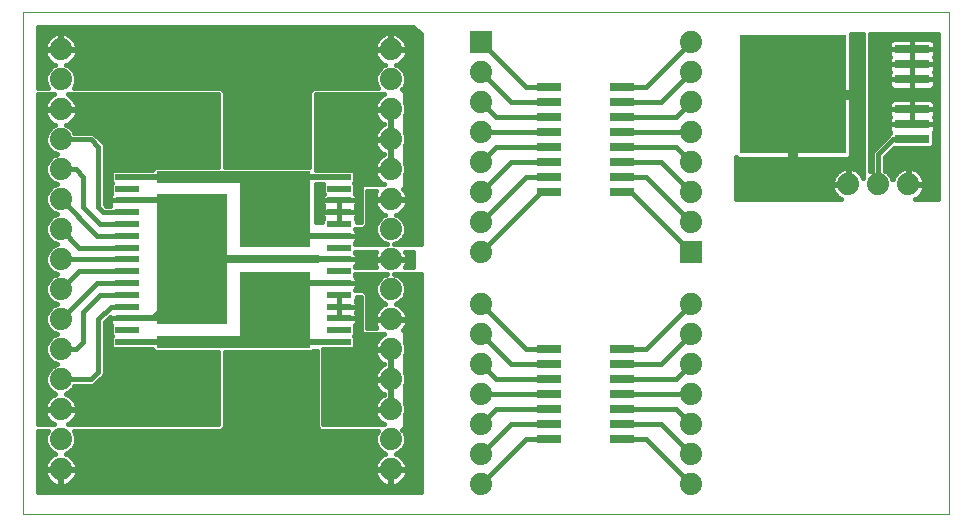
<source format=gtl>
G75*
%MOIN*%
%OFA0B0*%
%FSLAX25Y25*%
%IPPOS*%
%LPD*%
%AMOC8*
5,1,8,0,0,1.08239X$1,22.5*
%
%ADD10C,0.00000*%
%ADD11R,0.47244X0.02000*%
%ADD12R,0.07874X0.02000*%
%ADD13R,0.15748X0.02000*%
%ADD14R,0.23622X0.43307*%
%ADD15R,0.32677X0.02559*%
%ADD16R,0.23622X0.25591*%
%ADD17R,0.29528X0.03937*%
%ADD18R,0.08000X0.02600*%
%ADD19R,0.11811X0.03150*%
%ADD20R,0.35433X0.39370*%
%ADD21C,0.07400*%
%ADD22R,0.07400X0.07400*%
%ADD23C,0.01600*%
D10*
X0001000Y0001800D02*
X0001000Y0169261D01*
X0309701Y0169261D01*
X0309701Y0001800D01*
X0001000Y0001800D01*
D11*
X0055252Y0059241D03*
X0086748Y0059241D03*
X0086748Y0114359D03*
X0055252Y0114359D03*
D12*
X0035567Y0110422D03*
X0035567Y0102548D03*
X0035567Y0098611D03*
X0035567Y0094674D03*
X0035567Y0090737D03*
X0035567Y0086800D03*
X0035567Y0082863D03*
X0035567Y0078926D03*
X0035567Y0074989D03*
X0035567Y0071052D03*
X0035567Y0063178D03*
X0106433Y0063178D03*
X0106433Y0067115D03*
X0106433Y0071052D03*
X0106433Y0074989D03*
X0106433Y0082863D03*
X0106433Y0090737D03*
X0106433Y0098611D03*
X0106433Y0102548D03*
X0106433Y0106485D03*
X0106433Y0110422D03*
D13*
X0102496Y0094674D03*
X0102496Y0086800D03*
X0102496Y0078926D03*
X0039504Y0067115D03*
X0039504Y0106485D03*
D14*
X0057220Y0086800D03*
D15*
X0083382Y0086800D03*
D16*
X0084780Y0070068D03*
X0084780Y0103532D03*
D17*
X0060154Y0114359D03*
X0060154Y0059241D03*
D18*
X0176400Y0056800D03*
X0176400Y0051800D03*
X0176400Y0046800D03*
X0176400Y0041800D03*
X0176400Y0036800D03*
X0176400Y0031800D03*
X0176400Y0026800D03*
X0200600Y0026800D03*
X0200600Y0031800D03*
X0200600Y0036800D03*
X0200600Y0041800D03*
X0200600Y0046800D03*
X0200600Y0051800D03*
X0200600Y0056800D03*
X0200600Y0109300D03*
X0200600Y0114300D03*
X0200600Y0119300D03*
X0200600Y0124300D03*
X0200600Y0129300D03*
X0200600Y0134300D03*
X0200600Y0139300D03*
X0200600Y0144300D03*
X0176400Y0144300D03*
X0176400Y0139300D03*
X0176400Y0134300D03*
X0176400Y0129300D03*
X0176400Y0124300D03*
X0176400Y0119300D03*
X0176400Y0114300D03*
X0176400Y0109300D03*
D19*
X0297250Y0126800D03*
X0297250Y0131800D03*
X0297250Y0136800D03*
X0297250Y0146800D03*
X0297250Y0151800D03*
X0297250Y0156800D03*
D20*
X0257476Y0141800D03*
D21*
X0223500Y0139300D03*
X0223500Y0129300D03*
X0223500Y0119300D03*
X0223500Y0109300D03*
X0223500Y0099300D03*
X0223500Y0071800D03*
X0223500Y0061800D03*
X0223500Y0051800D03*
X0223500Y0041800D03*
X0223500Y0031800D03*
X0223500Y0021800D03*
X0223500Y0011800D03*
X0153500Y0011800D03*
X0153500Y0021800D03*
X0153500Y0031800D03*
X0153500Y0041800D03*
X0153500Y0051800D03*
X0153500Y0061800D03*
X0153500Y0071800D03*
X0123500Y0066800D03*
X0123500Y0076800D03*
X0123500Y0086800D03*
X0123500Y0096800D03*
X0123500Y0106800D03*
X0123500Y0116800D03*
X0123500Y0126800D03*
X0123500Y0136800D03*
X0123500Y0146800D03*
X0123500Y0156800D03*
X0153500Y0149300D03*
X0153500Y0139300D03*
X0153500Y0129300D03*
X0153500Y0119300D03*
X0153500Y0109300D03*
X0153500Y0099300D03*
X0153500Y0089300D03*
X0123500Y0056800D03*
X0123500Y0046800D03*
X0123500Y0036800D03*
X0123500Y0026800D03*
X0123500Y0016800D03*
X0013500Y0016800D03*
X0013500Y0026800D03*
X0013500Y0036800D03*
X0013500Y0046800D03*
X0013500Y0056800D03*
X0013500Y0066800D03*
X0013500Y0076800D03*
X0013500Y0086800D03*
X0013500Y0096800D03*
X0013500Y0106800D03*
X0013500Y0116800D03*
X0013500Y0126800D03*
X0013500Y0136800D03*
X0013500Y0146800D03*
X0013500Y0156800D03*
X0223500Y0159300D03*
X0223500Y0149300D03*
X0276000Y0111800D03*
X0286000Y0111800D03*
X0296000Y0111800D03*
D22*
X0223500Y0089300D03*
X0153500Y0159300D03*
D23*
X0168500Y0144300D01*
X0176400Y0144300D01*
X0176400Y0139300D02*
X0163500Y0139300D01*
X0153500Y0149300D01*
X0153500Y0139300D02*
X0158500Y0134300D01*
X0176400Y0134300D01*
X0176400Y0129300D02*
X0153500Y0129300D01*
X0158500Y0124300D02*
X0153500Y0119300D01*
X0158500Y0124300D02*
X0176400Y0124300D01*
X0176400Y0119300D02*
X0163500Y0119300D01*
X0153500Y0109300D01*
X0153500Y0099300D02*
X0168500Y0114300D01*
X0176400Y0114300D01*
X0176400Y0109300D02*
X0173500Y0109300D01*
X0153500Y0089300D01*
X0133500Y0091800D02*
X0124756Y0091800D01*
X0126389Y0092476D01*
X0127824Y0093911D01*
X0128600Y0095786D01*
X0128600Y0097814D01*
X0127824Y0099689D01*
X0126389Y0101124D01*
X0125263Y0101590D01*
X0125611Y0101703D01*
X0126383Y0102096D01*
X0127083Y0102605D01*
X0127695Y0103217D01*
X0128204Y0103917D01*
X0128597Y0104689D01*
X0128865Y0105512D01*
X0129000Y0106367D01*
X0129000Y0106600D01*
X0123700Y0106600D01*
X0123700Y0107000D01*
X0129000Y0107000D01*
X0129000Y0107233D01*
X0128865Y0108088D01*
X0128597Y0108911D01*
X0128204Y0109683D01*
X0127695Y0110383D01*
X0127695Y0110383D01*
X0128200Y0110889D01*
X0128200Y0114820D01*
X0128600Y0115786D01*
X0128600Y0117814D01*
X0128200Y0118780D01*
X0128200Y0124820D01*
X0128600Y0125786D01*
X0128600Y0127814D01*
X0128200Y0128780D01*
X0128200Y0134820D01*
X0128600Y0135786D01*
X0128600Y0137814D01*
X0128200Y0138780D01*
X0128200Y0142711D01*
X0127412Y0143499D01*
X0127824Y0143911D01*
X0128600Y0145786D01*
X0128600Y0147814D01*
X0127824Y0149689D01*
X0126389Y0151124D01*
X0125263Y0151590D01*
X0125611Y0151703D01*
X0126383Y0152096D01*
X0127083Y0152605D01*
X0127695Y0153217D01*
X0128204Y0153917D01*
X0128597Y0154689D01*
X0128865Y0155512D01*
X0129000Y0156367D01*
X0129000Y0156600D01*
X0123700Y0156600D01*
X0123700Y0157000D01*
X0123300Y0157000D01*
X0123300Y0162300D01*
X0123067Y0162300D01*
X0122212Y0162165D01*
X0121389Y0161897D01*
X0120617Y0161504D01*
X0119917Y0160995D01*
X0119305Y0160383D01*
X0118796Y0159683D01*
X0118403Y0158911D01*
X0118135Y0158088D01*
X0118000Y0157233D01*
X0118000Y0157000D01*
X0123300Y0157000D01*
X0123300Y0156600D01*
X0118000Y0156600D01*
X0118000Y0156367D01*
X0118135Y0155512D01*
X0118403Y0154689D01*
X0118796Y0153917D01*
X0119305Y0153217D01*
X0119917Y0152605D01*
X0120617Y0152096D01*
X0121389Y0151703D01*
X0121737Y0151590D01*
X0120611Y0151124D01*
X0119176Y0149689D01*
X0118400Y0147814D01*
X0118400Y0145786D01*
X0119140Y0144000D01*
X0097589Y0144000D01*
X0096300Y0142711D01*
X0096300Y0117728D01*
X0068200Y0117728D01*
X0068200Y0142711D01*
X0066911Y0144000D01*
X0017860Y0144000D01*
X0018600Y0145786D01*
X0018600Y0147814D01*
X0017824Y0149689D01*
X0016389Y0151124D01*
X0015263Y0151590D01*
X0015611Y0151703D01*
X0016383Y0152096D01*
X0017083Y0152605D01*
X0017695Y0153217D01*
X0018204Y0153917D01*
X0018597Y0154689D01*
X0018865Y0155512D01*
X0019000Y0156367D01*
X0019000Y0156600D01*
X0013700Y0156600D01*
X0013700Y0157000D01*
X0019000Y0157000D01*
X0019000Y0157233D01*
X0018865Y0158088D01*
X0018597Y0158911D01*
X0018204Y0159683D01*
X0017695Y0160383D01*
X0017083Y0160995D01*
X0016383Y0161504D01*
X0015611Y0161897D01*
X0014788Y0162165D01*
X0013933Y0162300D01*
X0013700Y0162300D01*
X0013700Y0157000D01*
X0013300Y0157000D01*
X0013300Y0162300D01*
X0013067Y0162300D01*
X0012212Y0162165D01*
X0011389Y0161897D01*
X0010617Y0161504D01*
X0009917Y0160995D01*
X0009305Y0160383D01*
X0008796Y0159683D01*
X0008403Y0158911D01*
X0008135Y0158088D01*
X0008000Y0157233D01*
X0008000Y0157000D01*
X0013300Y0157000D01*
X0013300Y0156600D01*
X0008000Y0156600D01*
X0008000Y0156367D01*
X0008135Y0155512D01*
X0008403Y0154689D01*
X0008796Y0153917D01*
X0009305Y0153217D01*
X0009917Y0152605D01*
X0010617Y0152096D01*
X0011389Y0151703D01*
X0011737Y0151590D01*
X0010611Y0151124D01*
X0009176Y0149689D01*
X0008400Y0147814D01*
X0008400Y0145786D01*
X0009140Y0144000D01*
X0006000Y0144000D01*
X0006000Y0164300D01*
X0131000Y0164300D01*
X0133500Y0161800D01*
X0133500Y0091800D01*
X0133500Y0092915D02*
X0126828Y0092915D01*
X0128073Y0094514D02*
X0133500Y0094514D01*
X0133500Y0096112D02*
X0128600Y0096112D01*
X0128600Y0097711D02*
X0133500Y0097711D01*
X0133500Y0099309D02*
X0127981Y0099309D01*
X0126605Y0100908D02*
X0133500Y0100908D01*
X0133500Y0102506D02*
X0126947Y0102506D01*
X0128299Y0104105D02*
X0133500Y0104105D01*
X0133500Y0105703D02*
X0128895Y0105703D01*
X0128989Y0107302D02*
X0133500Y0107302D01*
X0133500Y0108900D02*
X0128601Y0108900D01*
X0127810Y0110499D02*
X0133500Y0110499D01*
X0133500Y0112097D02*
X0128200Y0112097D01*
X0128200Y0113696D02*
X0133500Y0113696D01*
X0133500Y0115294D02*
X0128397Y0115294D01*
X0128600Y0116893D02*
X0133500Y0116893D01*
X0133500Y0118491D02*
X0128320Y0118491D01*
X0128200Y0120090D02*
X0133500Y0120090D01*
X0133500Y0121688D02*
X0128200Y0121688D01*
X0128200Y0123287D02*
X0133500Y0123287D01*
X0133500Y0124885D02*
X0128227Y0124885D01*
X0128600Y0126484D02*
X0133500Y0126484D01*
X0133500Y0128082D02*
X0128489Y0128082D01*
X0128200Y0129681D02*
X0133500Y0129681D01*
X0133500Y0131279D02*
X0128200Y0131279D01*
X0128200Y0132878D02*
X0133500Y0132878D01*
X0133500Y0134476D02*
X0128200Y0134476D01*
X0128600Y0136075D02*
X0133500Y0136075D01*
X0133500Y0137673D02*
X0128600Y0137673D01*
X0128200Y0139272D02*
X0133500Y0139272D01*
X0133500Y0140870D02*
X0128200Y0140870D01*
X0128200Y0142469D02*
X0133500Y0142469D01*
X0133500Y0144068D02*
X0127888Y0144068D01*
X0128550Y0145666D02*
X0133500Y0145666D01*
X0133500Y0147265D02*
X0128600Y0147265D01*
X0128166Y0148863D02*
X0133500Y0148863D01*
X0133500Y0150462D02*
X0127051Y0150462D01*
X0126312Y0152060D02*
X0133500Y0152060D01*
X0133500Y0153659D02*
X0128016Y0153659D01*
X0128782Y0155257D02*
X0133500Y0155257D01*
X0133500Y0156856D02*
X0123700Y0156856D01*
X0123700Y0157000D02*
X0129000Y0157000D01*
X0129000Y0157233D01*
X0128865Y0158088D01*
X0128597Y0158911D01*
X0128204Y0159683D01*
X0127695Y0160383D01*
X0127083Y0160995D01*
X0126383Y0161504D01*
X0125611Y0161897D01*
X0124788Y0162165D01*
X0123933Y0162300D01*
X0123700Y0162300D01*
X0123700Y0157000D01*
X0123300Y0156856D02*
X0013700Y0156856D01*
X0013300Y0156856D02*
X0006000Y0156856D01*
X0006000Y0158454D02*
X0008254Y0158454D01*
X0009065Y0160053D02*
X0006000Y0160053D01*
X0006000Y0161651D02*
X0010906Y0161651D01*
X0013300Y0161651D02*
X0013700Y0161651D01*
X0013700Y0160053D02*
X0013300Y0160053D01*
X0013300Y0158454D02*
X0013700Y0158454D01*
X0017935Y0160053D02*
X0119065Y0160053D01*
X0118254Y0158454D02*
X0018746Y0158454D01*
X0018782Y0155257D02*
X0118218Y0155257D01*
X0118984Y0153659D02*
X0018016Y0153659D01*
X0016312Y0152060D02*
X0120688Y0152060D01*
X0119949Y0150462D02*
X0017051Y0150462D01*
X0018166Y0148863D02*
X0118834Y0148863D01*
X0118400Y0147265D02*
X0018600Y0147265D01*
X0018550Y0145666D02*
X0118449Y0145666D01*
X0119112Y0144068D02*
X0017888Y0144068D01*
X0016383Y0141504D02*
X0015802Y0141800D01*
X0066000Y0141800D01*
X0066000Y0117728D01*
X0044810Y0117728D01*
X0043990Y0116907D01*
X0043990Y0116759D01*
X0031050Y0116759D01*
X0030230Y0115939D01*
X0030230Y0112779D01*
X0030619Y0112391D01*
X0030230Y0112002D01*
X0030230Y0108842D01*
X0030336Y0108736D01*
X0030190Y0108590D01*
X0029953Y0108180D01*
X0029830Y0107722D01*
X0029830Y0106485D01*
X0029830Y0105248D01*
X0029953Y0104790D01*
X0029977Y0104748D01*
X0028663Y0104748D01*
X0028200Y0105211D01*
X0028200Y0125211D01*
X0026911Y0126500D01*
X0024411Y0129000D01*
X0018109Y0129000D01*
X0017824Y0129689D01*
X0016389Y0131124D01*
X0015263Y0131590D01*
X0015611Y0131703D01*
X0016383Y0132096D01*
X0017083Y0132605D01*
X0017695Y0133217D01*
X0018204Y0133917D01*
X0018597Y0134689D01*
X0018865Y0135512D01*
X0019000Y0136367D01*
X0019000Y0136600D01*
X0013700Y0136600D01*
X0013700Y0137000D01*
X0019000Y0137000D01*
X0019000Y0137233D01*
X0018865Y0138088D01*
X0018597Y0138911D01*
X0018204Y0139683D01*
X0017695Y0140383D01*
X0017083Y0140995D01*
X0016383Y0141504D01*
X0017208Y0140870D02*
X0066000Y0140870D01*
X0066000Y0139272D02*
X0018413Y0139272D01*
X0018930Y0137673D02*
X0066000Y0137673D01*
X0066000Y0136075D02*
X0018954Y0136075D01*
X0018489Y0134476D02*
X0066000Y0134476D01*
X0066000Y0132878D02*
X0017356Y0132878D01*
X0016013Y0131279D02*
X0066000Y0131279D01*
X0066000Y0129681D02*
X0017827Y0129681D01*
X0013500Y0126800D02*
X0023500Y0126800D01*
X0026000Y0124300D01*
X0026000Y0104300D01*
X0027752Y0102548D01*
X0035567Y0102548D01*
X0035567Y0098611D02*
X0026689Y0098611D01*
X0021000Y0104300D01*
X0021000Y0114300D01*
X0018500Y0116800D01*
X0013500Y0116800D01*
X0008400Y0116893D02*
X0006000Y0116893D01*
X0006000Y0118491D02*
X0008680Y0118491D01*
X0008400Y0117814D02*
X0009176Y0119689D01*
X0010611Y0121124D01*
X0012244Y0121800D01*
X0010611Y0122476D01*
X0009176Y0123911D01*
X0008400Y0125786D01*
X0008400Y0127814D01*
X0009176Y0129689D01*
X0010611Y0131124D01*
X0011737Y0131590D01*
X0011389Y0131703D01*
X0010617Y0132096D01*
X0009917Y0132605D01*
X0009305Y0133217D01*
X0008796Y0133917D01*
X0008403Y0134689D01*
X0008135Y0135512D01*
X0008000Y0136367D01*
X0008000Y0136600D01*
X0013300Y0136600D01*
X0013300Y0137000D01*
X0008000Y0137000D01*
X0008000Y0137233D01*
X0008135Y0138088D01*
X0008403Y0138911D01*
X0008796Y0139683D01*
X0009305Y0140383D01*
X0009917Y0140995D01*
X0010617Y0141504D01*
X0011198Y0141800D01*
X0006000Y0141800D01*
X0006000Y0031800D01*
X0011198Y0031800D01*
X0010617Y0032096D01*
X0009917Y0032605D01*
X0009305Y0033217D01*
X0008796Y0033917D01*
X0008403Y0034689D01*
X0008135Y0035512D01*
X0008000Y0036367D01*
X0008000Y0036600D01*
X0013300Y0036600D01*
X0013300Y0037000D01*
X0008000Y0037000D01*
X0008000Y0037233D01*
X0008135Y0038088D01*
X0008403Y0038911D01*
X0008796Y0039683D01*
X0009305Y0040383D01*
X0009917Y0040995D01*
X0010617Y0041504D01*
X0011389Y0041897D01*
X0011737Y0042010D01*
X0010611Y0042476D01*
X0009176Y0043911D01*
X0008400Y0045786D01*
X0008400Y0047814D01*
X0009176Y0049689D01*
X0010611Y0051124D01*
X0012244Y0051800D01*
X0010611Y0052476D01*
X0009176Y0053911D01*
X0008400Y0055786D01*
X0008400Y0057814D01*
X0009176Y0059689D01*
X0010611Y0061124D01*
X0012244Y0061800D01*
X0010611Y0062476D01*
X0009176Y0063911D01*
X0008400Y0065786D01*
X0008400Y0067814D01*
X0009176Y0069689D01*
X0010611Y0071124D01*
X0012244Y0071800D01*
X0010611Y0072476D01*
X0009176Y0073911D01*
X0008400Y0075786D01*
X0008400Y0077814D01*
X0009176Y0079689D01*
X0010611Y0081124D01*
X0012244Y0081800D01*
X0010611Y0082476D01*
X0009176Y0083911D01*
X0008400Y0085786D01*
X0008400Y0087814D01*
X0009176Y0089689D01*
X0010611Y0091124D01*
X0012244Y0091800D01*
X0010611Y0092476D01*
X0009176Y0093911D01*
X0008400Y0095786D01*
X0008400Y0097814D01*
X0009176Y0099689D01*
X0010611Y0101124D01*
X0012244Y0101800D01*
X0010611Y0102476D01*
X0009176Y0103911D01*
X0008400Y0105786D01*
X0008400Y0107814D01*
X0009176Y0109689D01*
X0010611Y0111124D01*
X0012244Y0111800D01*
X0010611Y0112476D01*
X0009176Y0113911D01*
X0008400Y0115786D01*
X0008400Y0117814D01*
X0008603Y0115294D02*
X0006000Y0115294D01*
X0006000Y0113696D02*
X0009392Y0113696D01*
X0011526Y0112097D02*
X0006000Y0112097D01*
X0006000Y0110499D02*
X0009986Y0110499D01*
X0008850Y0108900D02*
X0006000Y0108900D01*
X0006000Y0107302D02*
X0008400Y0107302D01*
X0008434Y0105703D02*
X0006000Y0105703D01*
X0006000Y0104105D02*
X0009096Y0104105D01*
X0010581Y0102506D02*
X0006000Y0102506D01*
X0006000Y0100908D02*
X0010395Y0100908D01*
X0009019Y0099309D02*
X0006000Y0099309D01*
X0006000Y0097711D02*
X0008400Y0097711D01*
X0008400Y0096112D02*
X0006000Y0096112D01*
X0006000Y0094514D02*
X0008927Y0094514D01*
X0010172Y0092915D02*
X0006000Y0092915D01*
X0006000Y0091317D02*
X0011077Y0091317D01*
X0009206Y0089718D02*
X0006000Y0089718D01*
X0006000Y0088120D02*
X0008526Y0088120D01*
X0008400Y0086521D02*
X0006000Y0086521D01*
X0006000Y0084923D02*
X0008757Y0084923D01*
X0009763Y0083324D02*
X0006000Y0083324D01*
X0006000Y0081726D02*
X0012064Y0081726D01*
X0009615Y0080127D02*
X0006000Y0080127D01*
X0006000Y0078529D02*
X0008696Y0078529D01*
X0008400Y0076930D02*
X0006000Y0076930D01*
X0006000Y0075332D02*
X0008588Y0075332D01*
X0009354Y0073733D02*
X0006000Y0073733D01*
X0006000Y0072134D02*
X0011437Y0072134D01*
X0010023Y0070536D02*
X0006000Y0070536D01*
X0006000Y0068937D02*
X0008865Y0068937D01*
X0008400Y0067339D02*
X0006000Y0067339D01*
X0006000Y0065740D02*
X0008419Y0065740D01*
X0009081Y0064142D02*
X0006000Y0064142D01*
X0006000Y0062543D02*
X0010544Y0062543D01*
X0010432Y0060945D02*
X0006000Y0060945D01*
X0006000Y0059346D02*
X0009035Y0059346D01*
X0008400Y0057748D02*
X0006000Y0057748D01*
X0006000Y0056149D02*
X0008400Y0056149D01*
X0008911Y0054551D02*
X0006000Y0054551D01*
X0006000Y0052952D02*
X0010135Y0052952D01*
X0011167Y0051354D02*
X0006000Y0051354D01*
X0006000Y0049755D02*
X0009243Y0049755D01*
X0008542Y0048157D02*
X0006000Y0048157D01*
X0006000Y0046558D02*
X0008400Y0046558D01*
X0008742Y0044960D02*
X0006000Y0044960D01*
X0006000Y0043361D02*
X0009726Y0043361D01*
X0011125Y0041763D02*
X0006000Y0041763D01*
X0006000Y0040164D02*
X0009146Y0040164D01*
X0008291Y0038566D02*
X0006000Y0038566D01*
X0006000Y0036967D02*
X0013300Y0036967D01*
X0013700Y0036967D02*
X0066000Y0036967D01*
X0066000Y0035369D02*
X0018818Y0035369D01*
X0018865Y0035512D02*
X0019000Y0036367D01*
X0019000Y0036600D01*
X0013700Y0036600D01*
X0013700Y0037000D01*
X0019000Y0037000D01*
X0019000Y0037233D01*
X0018865Y0038088D01*
X0018597Y0038911D01*
X0018204Y0039683D01*
X0017695Y0040383D01*
X0017083Y0040995D01*
X0016383Y0041504D01*
X0015611Y0041897D01*
X0015263Y0042010D01*
X0016389Y0042476D01*
X0017824Y0043911D01*
X0018109Y0044600D01*
X0024411Y0044600D01*
X0025700Y0045889D01*
X0028200Y0048389D01*
X0028200Y0065889D01*
X0029830Y0067519D01*
X0029830Y0067115D01*
X0039504Y0067115D01*
X0043815Y0067115D01*
X0063500Y0086800D01*
X0102496Y0086800D01*
X0112170Y0086800D01*
X0112170Y0088037D01*
X0112047Y0088495D01*
X0111810Y0088905D01*
X0111664Y0089051D01*
X0111770Y0089157D01*
X0111770Y0089300D01*
X0118601Y0089300D01*
X0118403Y0088911D01*
X0118135Y0088088D01*
X0118000Y0087233D01*
X0118000Y0087000D01*
X0123300Y0087000D01*
X0123300Y0086600D01*
X0118000Y0086600D01*
X0118000Y0086367D01*
X0118135Y0085512D01*
X0118403Y0084689D01*
X0118601Y0084300D01*
X0111770Y0084300D01*
X0111770Y0084443D01*
X0111664Y0084549D01*
X0111810Y0084695D01*
X0112047Y0085105D01*
X0112170Y0085563D01*
X0112170Y0086800D01*
X0102496Y0086800D01*
X0102496Y0086800D01*
X0111770Y0081800D02*
X0122244Y0081800D01*
X0120611Y0081124D01*
X0119176Y0079689D01*
X0118400Y0077814D01*
X0118400Y0075786D01*
X0119176Y0073911D01*
X0120611Y0072476D01*
X0121737Y0072010D01*
X0121389Y0071897D01*
X0120617Y0071504D01*
X0119917Y0070995D01*
X0119305Y0070383D01*
X0118796Y0069683D01*
X0118403Y0068911D01*
X0118135Y0068088D01*
X0118000Y0067233D01*
X0118000Y0067000D01*
X0123300Y0067000D01*
X0123300Y0066600D01*
X0118000Y0066600D01*
X0118000Y0066367D01*
X0118135Y0065512D01*
X0118403Y0064689D01*
X0118754Y0064000D01*
X0115700Y0064000D01*
X0115700Y0075211D01*
X0114411Y0076500D01*
X0111770Y0076500D01*
X0111770Y0076569D01*
X0111664Y0076675D01*
X0111810Y0076821D01*
X0112047Y0077231D01*
X0112170Y0077689D01*
X0112170Y0078926D01*
X0112170Y0080163D01*
X0112047Y0080621D01*
X0111810Y0081031D01*
X0111664Y0081177D01*
X0111770Y0081283D01*
X0111770Y0081800D01*
X0111770Y0081726D02*
X0122064Y0081726D01*
X0124756Y0081800D02*
X0133500Y0081800D01*
X0133500Y0009300D01*
X0006000Y0009300D01*
X0006000Y0029600D01*
X0009140Y0029600D01*
X0008400Y0027814D01*
X0008400Y0025786D01*
X0009176Y0023911D01*
X0010611Y0022476D01*
X0011737Y0022010D01*
X0011389Y0021897D01*
X0010617Y0021504D01*
X0009917Y0020995D01*
X0009305Y0020383D01*
X0008796Y0019683D01*
X0008403Y0018911D01*
X0008135Y0018088D01*
X0008000Y0017233D01*
X0008000Y0017000D01*
X0013300Y0017000D01*
X0013300Y0016600D01*
X0013700Y0016600D01*
X0013700Y0017000D01*
X0019000Y0017000D01*
X0019000Y0017233D01*
X0018865Y0018088D01*
X0018597Y0018911D01*
X0018204Y0019683D01*
X0017695Y0020383D01*
X0017083Y0020995D01*
X0016383Y0021504D01*
X0015611Y0021897D01*
X0015263Y0022010D01*
X0016389Y0022476D01*
X0017824Y0023911D01*
X0018600Y0025786D01*
X0018600Y0027814D01*
X0017860Y0029600D01*
X0066911Y0029600D01*
X0068200Y0030889D01*
X0068200Y0055872D01*
X0097170Y0055872D01*
X0097739Y0056441D01*
X0098800Y0056441D01*
X0098800Y0030889D01*
X0100089Y0029600D01*
X0119140Y0029600D01*
X0118400Y0027814D01*
X0118400Y0025786D01*
X0119176Y0023911D01*
X0120611Y0022476D01*
X0121737Y0022010D01*
X0121389Y0021897D01*
X0120617Y0021504D01*
X0119917Y0020995D01*
X0119305Y0020383D01*
X0118796Y0019683D01*
X0118403Y0018911D01*
X0118135Y0018088D01*
X0118000Y0017233D01*
X0118000Y0017000D01*
X0123300Y0017000D01*
X0123300Y0016600D01*
X0118000Y0016600D01*
X0118000Y0016367D01*
X0118135Y0015512D01*
X0118403Y0014689D01*
X0118796Y0013917D01*
X0119305Y0013217D01*
X0119917Y0012605D01*
X0120617Y0012096D01*
X0121389Y0011703D01*
X0122212Y0011435D01*
X0123067Y0011300D01*
X0123300Y0011300D01*
X0123300Y0016600D01*
X0123700Y0016600D01*
X0123700Y0017000D01*
X0129000Y0017000D01*
X0129000Y0017233D01*
X0128865Y0018088D01*
X0128597Y0018911D01*
X0128204Y0019683D01*
X0127695Y0020383D01*
X0127083Y0020995D01*
X0126383Y0021504D01*
X0125611Y0021897D01*
X0125263Y0022010D01*
X0126389Y0022476D01*
X0127824Y0023911D01*
X0128600Y0025786D01*
X0128600Y0027814D01*
X0127824Y0029689D01*
X0127412Y0030101D01*
X0128200Y0030889D01*
X0128200Y0034820D01*
X0128600Y0035786D01*
X0128600Y0037814D01*
X0128200Y0038780D01*
X0128200Y0044820D01*
X0128600Y0045786D01*
X0128600Y0047814D01*
X0128200Y0048780D01*
X0128200Y0054820D01*
X0128600Y0055786D01*
X0128600Y0057814D01*
X0128200Y0058780D01*
X0128200Y0062711D01*
X0127695Y0063217D01*
X0128204Y0063917D01*
X0128597Y0064689D01*
X0128865Y0065512D01*
X0129000Y0066367D01*
X0129000Y0066600D01*
X0123700Y0066600D01*
X0123700Y0067000D01*
X0129000Y0067000D01*
X0129000Y0067233D01*
X0128865Y0068088D01*
X0128597Y0068911D01*
X0128204Y0069683D01*
X0127695Y0070383D01*
X0127083Y0070995D01*
X0126383Y0071504D01*
X0125611Y0071897D01*
X0125263Y0072010D01*
X0126389Y0072476D01*
X0127824Y0073911D01*
X0128600Y0075786D01*
X0128600Y0077814D01*
X0127824Y0079689D01*
X0126389Y0081124D01*
X0124756Y0081800D01*
X0124936Y0081726D02*
X0133500Y0081726D01*
X0133500Y0080127D02*
X0127385Y0080127D01*
X0128304Y0078529D02*
X0133500Y0078529D01*
X0133500Y0076930D02*
X0128600Y0076930D01*
X0128412Y0075332D02*
X0133500Y0075332D01*
X0133500Y0073733D02*
X0127645Y0073733D01*
X0125563Y0072134D02*
X0133500Y0072134D01*
X0133500Y0070536D02*
X0127542Y0070536D01*
X0128584Y0068937D02*
X0133500Y0068937D01*
X0133500Y0067339D02*
X0128983Y0067339D01*
X0128901Y0065740D02*
X0133500Y0065740D01*
X0133500Y0064142D02*
X0128318Y0064142D01*
X0127695Y0063217D02*
X0127695Y0063217D01*
X0128200Y0062543D02*
X0133500Y0062543D01*
X0133500Y0060945D02*
X0128200Y0060945D01*
X0128200Y0059346D02*
X0133500Y0059346D01*
X0133500Y0057748D02*
X0128600Y0057748D01*
X0128600Y0056149D02*
X0133500Y0056149D01*
X0133500Y0054551D02*
X0128200Y0054551D01*
X0128200Y0052952D02*
X0133500Y0052952D01*
X0133500Y0051354D02*
X0128200Y0051354D01*
X0128200Y0049755D02*
X0133500Y0049755D01*
X0133500Y0048157D02*
X0128458Y0048157D01*
X0128600Y0046558D02*
X0133500Y0046558D01*
X0133500Y0044960D02*
X0128258Y0044960D01*
X0128200Y0043361D02*
X0133500Y0043361D01*
X0133500Y0041763D02*
X0128200Y0041763D01*
X0128200Y0040164D02*
X0133500Y0040164D01*
X0133500Y0038566D02*
X0128289Y0038566D01*
X0128600Y0036967D02*
X0133500Y0036967D01*
X0133500Y0035369D02*
X0128427Y0035369D01*
X0128200Y0033770D02*
X0133500Y0033770D01*
X0133500Y0032172D02*
X0128200Y0032172D01*
X0127884Y0030573D02*
X0133500Y0030573D01*
X0133500Y0028975D02*
X0128119Y0028975D01*
X0128600Y0027376D02*
X0133500Y0027376D01*
X0133500Y0025778D02*
X0128597Y0025778D01*
X0127935Y0024179D02*
X0133500Y0024179D01*
X0133500Y0022581D02*
X0126493Y0022581D01*
X0127096Y0020982D02*
X0133500Y0020982D01*
X0133500Y0019384D02*
X0128356Y0019384D01*
X0128913Y0017785D02*
X0133500Y0017785D01*
X0133500Y0016187D02*
X0128971Y0016187D01*
X0129000Y0016367D02*
X0129000Y0016600D01*
X0123700Y0016600D01*
X0123700Y0011300D01*
X0123933Y0011300D01*
X0124788Y0011435D01*
X0125611Y0011703D01*
X0126383Y0012096D01*
X0127083Y0012605D01*
X0127695Y0013217D01*
X0128204Y0013917D01*
X0128597Y0014689D01*
X0128865Y0015512D01*
X0129000Y0016367D01*
X0128546Y0014588D02*
X0133500Y0014588D01*
X0133500Y0012990D02*
X0127468Y0012990D01*
X0124508Y0011391D02*
X0133500Y0011391D01*
X0133500Y0009793D02*
X0006000Y0009793D01*
X0006000Y0011391D02*
X0012492Y0011391D01*
X0012212Y0011435D02*
X0013067Y0011300D01*
X0013300Y0011300D01*
X0013300Y0016600D01*
X0008000Y0016600D01*
X0008000Y0016367D01*
X0008135Y0015512D01*
X0008403Y0014689D01*
X0008796Y0013917D01*
X0009305Y0013217D01*
X0009917Y0012605D01*
X0010617Y0012096D01*
X0011389Y0011703D01*
X0012212Y0011435D01*
X0013300Y0011391D02*
X0013700Y0011391D01*
X0013700Y0011300D02*
X0013933Y0011300D01*
X0014788Y0011435D01*
X0015611Y0011703D01*
X0016383Y0012096D01*
X0017083Y0012605D01*
X0017695Y0013217D01*
X0018204Y0013917D01*
X0018597Y0014689D01*
X0018865Y0015512D01*
X0019000Y0016367D01*
X0019000Y0016600D01*
X0013700Y0016600D01*
X0013700Y0011300D01*
X0014508Y0011391D02*
X0122492Y0011391D01*
X0123300Y0011391D02*
X0123700Y0011391D01*
X0123700Y0012990D02*
X0123300Y0012990D01*
X0123300Y0014588D02*
X0123700Y0014588D01*
X0123700Y0016187D02*
X0123300Y0016187D01*
X0118454Y0014588D02*
X0018546Y0014588D01*
X0018971Y0016187D02*
X0118029Y0016187D01*
X0118087Y0017785D02*
X0018913Y0017785D01*
X0018356Y0019384D02*
X0118644Y0019384D01*
X0119904Y0020982D02*
X0017096Y0020982D01*
X0016493Y0022581D02*
X0120507Y0022581D01*
X0119065Y0024179D02*
X0017935Y0024179D01*
X0018597Y0025778D02*
X0118403Y0025778D01*
X0118400Y0027376D02*
X0018600Y0027376D01*
X0018119Y0028975D02*
X0118881Y0028975D01*
X0120617Y0032096D02*
X0121198Y0031800D01*
X0101000Y0031800D01*
X0101000Y0056841D01*
X0110950Y0056841D01*
X0111770Y0057661D01*
X0111770Y0060821D01*
X0111381Y0061209D01*
X0111770Y0061598D01*
X0111770Y0064758D01*
X0111664Y0064864D01*
X0111810Y0065010D01*
X0112047Y0065420D01*
X0112170Y0065878D01*
X0112170Y0067115D01*
X0112170Y0068352D01*
X0112047Y0068810D01*
X0111889Y0069083D01*
X0112047Y0069357D01*
X0112170Y0069815D01*
X0112170Y0071052D01*
X0112170Y0072289D01*
X0112047Y0072747D01*
X0111889Y0073020D01*
X0112047Y0073294D01*
X0112170Y0073752D01*
X0112170Y0074300D01*
X0113500Y0074300D01*
X0113500Y0061800D01*
X0121198Y0061800D01*
X0120617Y0061504D01*
X0119917Y0060995D01*
X0119305Y0060383D01*
X0118796Y0059683D01*
X0118403Y0058911D01*
X0118135Y0058088D01*
X0118000Y0057233D01*
X0118000Y0057000D01*
X0123300Y0057000D01*
X0123300Y0056600D01*
X0118000Y0056600D01*
X0118000Y0056367D01*
X0118135Y0055512D01*
X0118403Y0054689D01*
X0118796Y0053917D01*
X0119305Y0053217D01*
X0119917Y0052605D01*
X0120617Y0052096D01*
X0121198Y0051800D01*
X0120617Y0051504D01*
X0119917Y0050995D01*
X0119305Y0050383D01*
X0118796Y0049683D01*
X0118403Y0048911D01*
X0118135Y0048088D01*
X0118000Y0047233D01*
X0118000Y0047000D01*
X0123300Y0047000D01*
X0123300Y0052300D01*
X0123300Y0056600D01*
X0123700Y0056600D01*
X0123700Y0047000D01*
X0123300Y0047000D01*
X0123300Y0046600D01*
X0123700Y0046600D01*
X0123700Y0037000D01*
X0123300Y0037000D01*
X0123300Y0042300D01*
X0123300Y0046600D01*
X0118000Y0046600D01*
X0118000Y0046367D01*
X0118135Y0045512D01*
X0118403Y0044689D01*
X0118796Y0043917D01*
X0119305Y0043217D01*
X0119917Y0042605D01*
X0120617Y0042096D01*
X0121198Y0041800D01*
X0120617Y0041504D01*
X0119917Y0040995D01*
X0119305Y0040383D01*
X0118796Y0039683D01*
X0118403Y0038911D01*
X0118135Y0038088D01*
X0118000Y0037233D01*
X0118000Y0037000D01*
X0123300Y0037000D01*
X0123300Y0036600D01*
X0118000Y0036600D01*
X0118000Y0036367D01*
X0118135Y0035512D01*
X0118403Y0034689D01*
X0118796Y0033917D01*
X0119305Y0033217D01*
X0119917Y0032605D01*
X0120617Y0032096D01*
X0120513Y0032172D02*
X0101000Y0032172D01*
X0101000Y0033770D02*
X0118903Y0033770D01*
X0118182Y0035369D02*
X0101000Y0035369D01*
X0101000Y0036967D02*
X0123300Y0036967D01*
X0123300Y0038566D02*
X0123700Y0038566D01*
X0123700Y0040164D02*
X0123300Y0040164D01*
X0123300Y0041763D02*
X0123700Y0041763D01*
X0123700Y0043361D02*
X0123300Y0043361D01*
X0123300Y0044960D02*
X0123700Y0044960D01*
X0123700Y0046558D02*
X0123300Y0046558D01*
X0123300Y0048157D02*
X0123700Y0048157D01*
X0123700Y0049755D02*
X0123300Y0049755D01*
X0123300Y0051354D02*
X0123700Y0051354D01*
X0123700Y0052952D02*
X0123300Y0052952D01*
X0123300Y0054551D02*
X0123700Y0054551D01*
X0123700Y0056149D02*
X0123300Y0056149D01*
X0118473Y0054551D02*
X0101000Y0054551D01*
X0101000Y0056149D02*
X0118034Y0056149D01*
X0118082Y0057748D02*
X0111770Y0057748D01*
X0111770Y0059346D02*
X0118625Y0059346D01*
X0119867Y0060945D02*
X0111646Y0060945D01*
X0111770Y0062543D02*
X0113500Y0062543D01*
X0113500Y0064142D02*
X0111770Y0064142D01*
X0112133Y0065740D02*
X0113500Y0065740D01*
X0113500Y0067339D02*
X0112170Y0067339D01*
X0112170Y0067115D02*
X0106433Y0067115D01*
X0106433Y0071052D01*
X0106433Y0074300D01*
X0106433Y0074300D01*
X0106433Y0072189D01*
X0106433Y0071052D01*
X0106433Y0071052D01*
X0106433Y0071052D01*
X0112170Y0071052D01*
X0106433Y0071052D01*
X0106433Y0071052D01*
X0106433Y0068252D01*
X0106433Y0067115D01*
X0106433Y0067115D01*
X0106433Y0067115D01*
X0112170Y0067115D01*
X0111974Y0068937D02*
X0113500Y0068937D01*
X0113500Y0070536D02*
X0112170Y0070536D01*
X0112170Y0072134D02*
X0113500Y0072134D01*
X0113500Y0073733D02*
X0112165Y0073733D01*
X0111874Y0076930D02*
X0118400Y0076930D01*
X0118588Y0075332D02*
X0115580Y0075332D01*
X0115700Y0073733D02*
X0119354Y0073733D01*
X0121437Y0072134D02*
X0115700Y0072134D01*
X0115700Y0070536D02*
X0119458Y0070536D01*
X0118416Y0068937D02*
X0115700Y0068937D01*
X0115700Y0067339D02*
X0118017Y0067339D01*
X0118099Y0065740D02*
X0115700Y0065740D01*
X0115700Y0064142D02*
X0118682Y0064142D01*
X0106433Y0067339D02*
X0106433Y0067339D01*
X0106433Y0068937D02*
X0106433Y0068937D01*
X0106433Y0070536D02*
X0106433Y0070536D01*
X0106433Y0072134D02*
X0106433Y0072134D01*
X0106433Y0073733D02*
X0106433Y0073733D01*
X0112170Y0078529D02*
X0118696Y0078529D01*
X0119615Y0080127D02*
X0112170Y0080127D01*
X0112170Y0078926D02*
X0102496Y0078926D01*
X0093126Y0078926D01*
X0083500Y0069300D01*
X0083500Y0059989D01*
X0086748Y0059241D01*
X0097447Y0056149D02*
X0098800Y0056149D01*
X0098800Y0054551D02*
X0068200Y0054551D01*
X0068200Y0052952D02*
X0098800Y0052952D01*
X0098800Y0051354D02*
X0068200Y0051354D01*
X0068200Y0049755D02*
X0098800Y0049755D01*
X0098800Y0048157D02*
X0068200Y0048157D01*
X0068200Y0046558D02*
X0098800Y0046558D01*
X0098800Y0044960D02*
X0068200Y0044960D01*
X0068200Y0043361D02*
X0098800Y0043361D01*
X0098800Y0041763D02*
X0068200Y0041763D01*
X0068200Y0040164D02*
X0098800Y0040164D01*
X0098800Y0038566D02*
X0068200Y0038566D01*
X0068200Y0036967D02*
X0098800Y0036967D01*
X0098800Y0035369D02*
X0068200Y0035369D01*
X0068200Y0033770D02*
X0098800Y0033770D01*
X0098800Y0032172D02*
X0068200Y0032172D01*
X0067884Y0030573D02*
X0099116Y0030573D01*
X0101000Y0038566D02*
X0118291Y0038566D01*
X0119146Y0040164D02*
X0101000Y0040164D01*
X0101000Y0041763D02*
X0121125Y0041763D01*
X0119200Y0043361D02*
X0101000Y0043361D01*
X0101000Y0044960D02*
X0118315Y0044960D01*
X0118000Y0046558D02*
X0101000Y0046558D01*
X0101000Y0048157D02*
X0118158Y0048157D01*
X0118849Y0049755D02*
X0101000Y0049755D01*
X0101000Y0051354D02*
X0120411Y0051354D01*
X0119569Y0052952D02*
X0101000Y0052952D01*
X0066000Y0052952D02*
X0028200Y0052952D01*
X0028200Y0051354D02*
X0066000Y0051354D01*
X0066000Y0049755D02*
X0028200Y0049755D01*
X0027968Y0048157D02*
X0066000Y0048157D01*
X0066000Y0046558D02*
X0026370Y0046558D01*
X0024771Y0044960D02*
X0066000Y0044960D01*
X0066000Y0043361D02*
X0017274Y0043361D01*
X0015875Y0041763D02*
X0066000Y0041763D01*
X0066000Y0040164D02*
X0017854Y0040164D01*
X0018709Y0038566D02*
X0066000Y0038566D01*
X0066000Y0033770D02*
X0018097Y0033770D01*
X0018204Y0033917D02*
X0018597Y0034689D01*
X0018865Y0035512D01*
X0018204Y0033917D02*
X0017695Y0033217D01*
X0017083Y0032605D01*
X0016383Y0032096D01*
X0015802Y0031800D01*
X0066000Y0031800D01*
X0066000Y0055872D01*
X0044810Y0055872D01*
X0043990Y0056693D01*
X0043990Y0056841D01*
X0031050Y0056841D01*
X0030230Y0057661D01*
X0030230Y0060821D01*
X0030619Y0061209D01*
X0030230Y0061598D01*
X0030230Y0064758D01*
X0030336Y0064864D01*
X0030190Y0065010D01*
X0029953Y0065420D01*
X0029830Y0065878D01*
X0029830Y0067115D01*
X0039504Y0067115D01*
X0044009Y0067115D01*
X0044009Y0067115D01*
X0039504Y0067115D01*
X0039504Y0067115D01*
X0039504Y0067115D01*
X0035567Y0071052D02*
X0030252Y0071052D01*
X0026000Y0066800D01*
X0026000Y0049300D01*
X0023500Y0046800D01*
X0013500Y0046800D01*
X0028200Y0054551D02*
X0066000Y0054551D01*
X0044533Y0056149D02*
X0028200Y0056149D01*
X0028200Y0057748D02*
X0030230Y0057748D01*
X0030230Y0059346D02*
X0028200Y0059346D01*
X0028200Y0060945D02*
X0030354Y0060945D01*
X0030230Y0062543D02*
X0028200Y0062543D01*
X0028200Y0064142D02*
X0030230Y0064142D01*
X0029867Y0065740D02*
X0028200Y0065740D01*
X0029650Y0067339D02*
X0029830Y0067339D01*
X0026689Y0074989D02*
X0021000Y0069300D01*
X0021000Y0059300D01*
X0018500Y0056800D01*
X0013500Y0056800D01*
X0013500Y0066800D02*
X0025626Y0078926D01*
X0035567Y0078926D01*
X0035567Y0082863D02*
X0019563Y0082863D01*
X0013500Y0076800D01*
X0026689Y0074989D02*
X0035567Y0074989D01*
X0035567Y0086800D02*
X0013500Y0086800D01*
X0019563Y0090737D02*
X0013500Y0096800D01*
X0019563Y0090737D02*
X0035567Y0090737D01*
X0035567Y0094674D02*
X0025626Y0094674D01*
X0013500Y0106800D01*
X0028200Y0107302D02*
X0029830Y0107302D01*
X0029830Y0106485D02*
X0039504Y0106485D01*
X0029830Y0106485D01*
X0029830Y0105703D02*
X0028200Y0105703D01*
X0028200Y0108900D02*
X0030230Y0108900D01*
X0030230Y0110499D02*
X0028200Y0110499D01*
X0028200Y0112097D02*
X0030325Y0112097D01*
X0030230Y0113696D02*
X0028200Y0113696D01*
X0028200Y0115294D02*
X0030230Y0115294D01*
X0028200Y0116893D02*
X0043990Y0116893D01*
X0028200Y0118491D02*
X0066000Y0118491D01*
X0066000Y0120090D02*
X0028200Y0120090D01*
X0028200Y0121688D02*
X0066000Y0121688D01*
X0066000Y0123287D02*
X0028200Y0123287D01*
X0028200Y0124885D02*
X0066000Y0124885D01*
X0066000Y0126484D02*
X0026927Y0126484D01*
X0025329Y0128082D02*
X0066000Y0128082D01*
X0068200Y0128082D02*
X0096300Y0128082D01*
X0096300Y0126484D02*
X0068200Y0126484D01*
X0068200Y0124885D02*
X0096300Y0124885D01*
X0096300Y0123287D02*
X0068200Y0123287D01*
X0068200Y0121688D02*
X0096300Y0121688D01*
X0096300Y0120090D02*
X0068200Y0120090D01*
X0068200Y0118491D02*
X0096300Y0118491D01*
X0098500Y0118491D02*
X0118267Y0118491D01*
X0118135Y0118088D02*
X0118000Y0117233D01*
X0118000Y0117000D01*
X0123300Y0117000D01*
X0123300Y0122300D01*
X0123300Y0126600D01*
X0123700Y0126600D01*
X0123700Y0117000D01*
X0123300Y0117000D01*
X0123300Y0116600D01*
X0118000Y0116600D01*
X0118000Y0116367D01*
X0118135Y0115512D01*
X0118403Y0114689D01*
X0118796Y0113917D01*
X0119305Y0113217D01*
X0119917Y0112605D01*
X0120617Y0112096D01*
X0121198Y0111800D01*
X0113500Y0111800D01*
X0113500Y0099300D01*
X0112170Y0099300D01*
X0112170Y0099848D01*
X0112047Y0100306D01*
X0111889Y0100580D01*
X0112047Y0100853D01*
X0112170Y0101311D01*
X0112170Y0102548D01*
X0106433Y0102548D01*
X0100696Y0102548D01*
X0100696Y0101311D01*
X0100819Y0100853D01*
X0100977Y0100580D01*
X0100819Y0100306D01*
X0100696Y0099848D01*
X0100696Y0099300D01*
X0098500Y0099300D01*
X0098500Y0111959D01*
X0101096Y0111959D01*
X0101096Y0108842D01*
X0101202Y0108736D01*
X0101056Y0108590D01*
X0100819Y0108180D01*
X0100696Y0107722D01*
X0100696Y0106485D01*
X0100696Y0105248D01*
X0100819Y0104790D01*
X0100977Y0104517D01*
X0100819Y0104243D01*
X0100696Y0103785D01*
X0100696Y0102548D01*
X0106433Y0102548D01*
X0106433Y0102548D01*
X0106433Y0102548D01*
X0106433Y0099300D01*
X0106433Y0099300D01*
X0106433Y0099748D01*
X0106433Y0102548D01*
X0106433Y0106485D01*
X0100696Y0106485D01*
X0106433Y0106485D01*
X0106433Y0106485D01*
X0106433Y0106485D01*
X0106433Y0103685D01*
X0106433Y0102548D01*
X0106433Y0102548D01*
X0106433Y0102548D01*
X0112170Y0102548D01*
X0112170Y0103785D01*
X0112047Y0104243D01*
X0111889Y0104517D01*
X0112047Y0104790D01*
X0112170Y0105248D01*
X0112170Y0106485D01*
X0106433Y0106485D01*
X0106433Y0106485D01*
X0112170Y0106485D01*
X0112170Y0107722D01*
X0112047Y0108180D01*
X0111810Y0108590D01*
X0111664Y0108736D01*
X0111770Y0108842D01*
X0111770Y0112002D01*
X0111381Y0112391D01*
X0111770Y0112779D01*
X0111770Y0115939D01*
X0110950Y0116759D01*
X0098500Y0116759D01*
X0098500Y0141800D01*
X0121198Y0141800D01*
X0120617Y0141504D01*
X0119917Y0140995D01*
X0119305Y0140383D01*
X0118796Y0139683D01*
X0118403Y0138911D01*
X0118135Y0138088D01*
X0118000Y0137233D01*
X0118000Y0137000D01*
X0123300Y0137000D01*
X0123300Y0136600D01*
X0118000Y0136600D01*
X0118000Y0136367D01*
X0118135Y0135512D01*
X0118403Y0134689D01*
X0118796Y0133917D01*
X0119305Y0133217D01*
X0119917Y0132605D01*
X0120617Y0132096D01*
X0121198Y0131800D01*
X0120617Y0131504D01*
X0119917Y0130995D01*
X0119305Y0130383D01*
X0118796Y0129683D01*
X0118403Y0128911D01*
X0118135Y0128088D01*
X0118000Y0127233D01*
X0118000Y0127000D01*
X0123300Y0127000D01*
X0123300Y0131300D01*
X0123300Y0136600D01*
X0123700Y0136600D01*
X0123700Y0127000D01*
X0123300Y0127000D01*
X0123300Y0126600D01*
X0118000Y0126600D01*
X0118000Y0126367D01*
X0118135Y0125512D01*
X0118403Y0124689D01*
X0118796Y0123917D01*
X0119305Y0123217D01*
X0119917Y0122605D01*
X0120617Y0122096D01*
X0121198Y0121800D01*
X0120617Y0121504D01*
X0119917Y0120995D01*
X0119305Y0120383D01*
X0118796Y0119683D01*
X0118403Y0118911D01*
X0118135Y0118088D01*
X0119092Y0120090D02*
X0098500Y0120090D01*
X0098500Y0121688D02*
X0120979Y0121688D01*
X0123300Y0121688D02*
X0123700Y0121688D01*
X0123700Y0120090D02*
X0123300Y0120090D01*
X0123300Y0118491D02*
X0123700Y0118491D01*
X0123300Y0116893D02*
X0098500Y0116893D01*
X0098500Y0123287D02*
X0119254Y0123287D01*
X0118339Y0124885D02*
X0098500Y0124885D01*
X0098500Y0126484D02*
X0118000Y0126484D01*
X0118135Y0128082D02*
X0098500Y0128082D01*
X0098500Y0129681D02*
X0118795Y0129681D01*
X0120308Y0131279D02*
X0098500Y0131279D01*
X0098500Y0132878D02*
X0119644Y0132878D01*
X0118511Y0134476D02*
X0098500Y0134476D01*
X0098500Y0136075D02*
X0118046Y0136075D01*
X0118070Y0137673D02*
X0098500Y0137673D01*
X0098500Y0139272D02*
X0118587Y0139272D01*
X0119792Y0140870D02*
X0098500Y0140870D01*
X0096300Y0140870D02*
X0068200Y0140870D01*
X0068200Y0139272D02*
X0096300Y0139272D01*
X0096300Y0137673D02*
X0068200Y0137673D01*
X0068200Y0136075D02*
X0096300Y0136075D01*
X0096300Y0134476D02*
X0068200Y0134476D01*
X0068200Y0132878D02*
X0096300Y0132878D01*
X0096300Y0131279D02*
X0068200Y0131279D01*
X0068200Y0129681D02*
X0096300Y0129681D01*
X0096300Y0142469D02*
X0068200Y0142469D01*
X0111770Y0115294D02*
X0118206Y0115294D01*
X0118957Y0113696D02*
X0111770Y0113696D01*
X0111675Y0112097D02*
X0120616Y0112097D01*
X0118754Y0109600D02*
X0115700Y0109600D01*
X0115700Y0098389D01*
X0114411Y0097100D01*
X0111770Y0097100D01*
X0111770Y0097031D01*
X0111664Y0096925D01*
X0111810Y0096779D01*
X0112047Y0096369D01*
X0112170Y0095911D01*
X0112170Y0094674D01*
X0102496Y0094674D01*
X0090626Y0094674D01*
X0083500Y0101800D01*
X0083500Y0113611D01*
X0086748Y0114359D01*
X0098500Y0110499D02*
X0101096Y0110499D01*
X0101096Y0108900D02*
X0098500Y0108900D01*
X0098500Y0107302D02*
X0100696Y0107302D01*
X0100696Y0105703D02*
X0098500Y0105703D01*
X0098500Y0104105D02*
X0100782Y0104105D01*
X0100696Y0102506D02*
X0098500Y0102506D01*
X0098500Y0100908D02*
X0100804Y0100908D01*
X0100696Y0099309D02*
X0098500Y0099309D01*
X0102496Y0094674D02*
X0102496Y0094674D01*
X0112170Y0094674D01*
X0112170Y0093437D01*
X0112047Y0092979D01*
X0111810Y0092569D01*
X0111664Y0092423D01*
X0111770Y0092317D01*
X0111770Y0091800D01*
X0122244Y0091800D01*
X0120611Y0092476D01*
X0119176Y0093911D01*
X0118400Y0095786D01*
X0118400Y0097814D01*
X0119176Y0099689D01*
X0120611Y0101124D01*
X0121737Y0101590D01*
X0121389Y0101703D01*
X0120617Y0102096D01*
X0119917Y0102605D01*
X0119305Y0103217D01*
X0118796Y0103917D01*
X0118403Y0104689D01*
X0118135Y0105512D01*
X0118000Y0106367D01*
X0118000Y0106600D01*
X0123300Y0106600D01*
X0123300Y0107000D01*
X0118000Y0107000D01*
X0118000Y0107233D01*
X0118135Y0108088D01*
X0118403Y0108911D01*
X0118754Y0109600D01*
X0118399Y0108900D02*
X0115700Y0108900D01*
X0115700Y0107302D02*
X0118011Y0107302D01*
X0118105Y0105703D02*
X0115700Y0105703D01*
X0115700Y0104105D02*
X0118701Y0104105D01*
X0120053Y0102506D02*
X0115700Y0102506D01*
X0115700Y0100908D02*
X0120395Y0100908D01*
X0119019Y0099309D02*
X0115700Y0099309D01*
X0115022Y0097711D02*
X0118400Y0097711D01*
X0118400Y0096112D02*
X0112116Y0096112D01*
X0112170Y0094514D02*
X0118927Y0094514D01*
X0120172Y0092915D02*
X0112010Y0092915D01*
X0112148Y0088120D02*
X0118146Y0088120D01*
X0118000Y0086521D02*
X0112170Y0086521D01*
X0111942Y0084923D02*
X0118327Y0084923D01*
X0123700Y0086600D02*
X0123700Y0087000D01*
X0129000Y0087000D01*
X0129000Y0087233D01*
X0128865Y0088088D01*
X0128597Y0088911D01*
X0128399Y0089300D01*
X0131000Y0089300D01*
X0131000Y0084300D01*
X0128399Y0084300D01*
X0128597Y0084689D01*
X0128865Y0085512D01*
X0129000Y0086367D01*
X0129000Y0086600D01*
X0123700Y0086600D01*
X0128673Y0084923D02*
X0131000Y0084923D01*
X0131000Y0086521D02*
X0129000Y0086521D01*
X0128854Y0088120D02*
X0131000Y0088120D01*
X0112170Y0078926D02*
X0102496Y0078926D01*
X0102496Y0078926D01*
X0106433Y0099309D02*
X0106433Y0099309D01*
X0106433Y0100908D02*
X0106433Y0100908D01*
X0106433Y0102506D02*
X0106433Y0102506D01*
X0106433Y0104105D02*
X0106433Y0104105D01*
X0106433Y0105703D02*
X0106433Y0105703D01*
X0112170Y0105703D02*
X0113500Y0105703D01*
X0113500Y0104105D02*
X0112084Y0104105D01*
X0112170Y0102506D02*
X0113500Y0102506D01*
X0113500Y0100908D02*
X0112062Y0100908D01*
X0112170Y0099309D02*
X0113500Y0099309D01*
X0113500Y0107302D02*
X0112170Y0107302D01*
X0111770Y0108900D02*
X0113500Y0108900D01*
X0113500Y0110499D02*
X0111770Y0110499D01*
X0123300Y0123287D02*
X0123700Y0123287D01*
X0123700Y0124885D02*
X0123300Y0124885D01*
X0123300Y0126484D02*
X0123700Y0126484D01*
X0123700Y0128082D02*
X0123300Y0128082D01*
X0123300Y0129681D02*
X0123700Y0129681D01*
X0123700Y0131279D02*
X0123300Y0131279D01*
X0123300Y0132878D02*
X0123700Y0132878D01*
X0123700Y0134476D02*
X0123300Y0134476D01*
X0123300Y0136075D02*
X0123700Y0136075D01*
X0123700Y0158454D02*
X0123300Y0158454D01*
X0123300Y0160053D02*
X0123700Y0160053D01*
X0123700Y0161651D02*
X0123300Y0161651D01*
X0120906Y0161651D02*
X0016094Y0161651D01*
X0008218Y0155257D02*
X0006000Y0155257D01*
X0006000Y0153659D02*
X0008984Y0153659D01*
X0010688Y0152060D02*
X0006000Y0152060D01*
X0006000Y0150462D02*
X0009949Y0150462D01*
X0008834Y0148863D02*
X0006000Y0148863D01*
X0006000Y0147265D02*
X0008400Y0147265D01*
X0008449Y0145666D02*
X0006000Y0145666D01*
X0006000Y0144068D02*
X0009112Y0144068D01*
X0009792Y0140870D02*
X0006000Y0140870D01*
X0006000Y0139272D02*
X0008587Y0139272D01*
X0008070Y0137673D02*
X0006000Y0137673D01*
X0006000Y0136075D02*
X0008046Y0136075D01*
X0008511Y0134476D02*
X0006000Y0134476D01*
X0006000Y0132878D02*
X0009644Y0132878D01*
X0010987Y0131279D02*
X0006000Y0131279D01*
X0006000Y0129681D02*
X0009173Y0129681D01*
X0008511Y0128082D02*
X0006000Y0128082D01*
X0006000Y0126484D02*
X0008400Y0126484D01*
X0008773Y0124885D02*
X0006000Y0124885D01*
X0006000Y0123287D02*
X0009801Y0123287D01*
X0011975Y0121688D02*
X0006000Y0121688D01*
X0006000Y0120090D02*
X0009577Y0120090D01*
X0039504Y0106485D02*
X0039504Y0106485D01*
X0128746Y0158454D02*
X0133500Y0158454D01*
X0133500Y0160053D02*
X0127935Y0160053D01*
X0126094Y0161651D02*
X0133500Y0161651D01*
X0132050Y0163250D02*
X0006000Y0163250D01*
X0153500Y0071800D02*
X0168500Y0056800D01*
X0176400Y0056800D01*
X0176400Y0051800D02*
X0163500Y0051800D01*
X0153500Y0061800D01*
X0153500Y0051800D02*
X0158500Y0046800D01*
X0176400Y0046800D01*
X0176400Y0041800D02*
X0153500Y0041800D01*
X0158500Y0036800D02*
X0153500Y0031800D01*
X0158500Y0036800D02*
X0176400Y0036800D01*
X0176400Y0031800D02*
X0163500Y0031800D01*
X0153500Y0021800D01*
X0153500Y0011800D02*
X0168500Y0026800D01*
X0176400Y0026800D01*
X0200600Y0026800D02*
X0208500Y0026800D01*
X0223500Y0011800D01*
X0223500Y0021800D02*
X0213500Y0031800D01*
X0200600Y0031800D01*
X0200600Y0036800D02*
X0218500Y0036800D01*
X0223500Y0031800D01*
X0223500Y0041800D02*
X0200600Y0041800D01*
X0200600Y0046800D02*
X0218500Y0046800D01*
X0223500Y0051800D01*
X0213500Y0051800D02*
X0223500Y0061800D01*
X0223500Y0071800D02*
X0208500Y0056800D01*
X0200600Y0056800D01*
X0200600Y0051800D02*
X0213500Y0051800D01*
X0223500Y0089300D02*
X0203500Y0109300D01*
X0200600Y0109300D01*
X0200600Y0114300D02*
X0208500Y0114300D01*
X0223500Y0099300D01*
X0223500Y0109300D02*
X0213500Y0119300D01*
X0200600Y0119300D01*
X0200600Y0124300D02*
X0218500Y0124300D01*
X0223500Y0119300D01*
X0238500Y0120090D02*
X0281000Y0120090D01*
X0281000Y0121688D02*
X0276942Y0121688D01*
X0276993Y0121878D02*
X0276993Y0141000D01*
X0258276Y0141000D01*
X0258276Y0120315D01*
X0275430Y0120315D01*
X0275888Y0120438D01*
X0276298Y0120675D01*
X0276633Y0121010D01*
X0276870Y0121420D01*
X0276993Y0121878D01*
X0276993Y0123287D02*
X0281000Y0123287D01*
X0281000Y0124885D02*
X0276993Y0124885D01*
X0276993Y0126484D02*
X0281000Y0126484D01*
X0281000Y0128082D02*
X0276993Y0128082D01*
X0276993Y0129681D02*
X0281000Y0129681D01*
X0281000Y0131279D02*
X0276993Y0131279D01*
X0276993Y0132878D02*
X0281000Y0132878D01*
X0281000Y0134476D02*
X0276993Y0134476D01*
X0276993Y0136075D02*
X0281000Y0136075D01*
X0281000Y0137673D02*
X0276993Y0137673D01*
X0276993Y0139272D02*
X0281000Y0139272D01*
X0281000Y0140870D02*
X0276993Y0140870D01*
X0276993Y0142600D02*
X0276993Y0161722D01*
X0276972Y0161800D01*
X0281000Y0161800D01*
X0281000Y0114102D01*
X0280704Y0114683D01*
X0280195Y0115383D01*
X0279583Y0115995D01*
X0278883Y0116504D01*
X0278111Y0116897D01*
X0277288Y0117165D01*
X0276433Y0117300D01*
X0276200Y0117300D01*
X0276200Y0112000D01*
X0275800Y0112000D01*
X0275800Y0117300D01*
X0275567Y0117300D01*
X0274712Y0117165D01*
X0273889Y0116897D01*
X0273117Y0116504D01*
X0272417Y0115995D01*
X0271805Y0115383D01*
X0271296Y0114683D01*
X0270903Y0113911D01*
X0270635Y0113088D01*
X0270500Y0112233D01*
X0270500Y0112000D01*
X0275800Y0112000D01*
X0275800Y0111600D01*
X0270500Y0111600D01*
X0270500Y0111367D01*
X0270635Y0110512D01*
X0270903Y0109689D01*
X0271296Y0108917D01*
X0271805Y0108217D01*
X0272417Y0107605D01*
X0273117Y0107096D01*
X0273698Y0106800D01*
X0238500Y0106800D01*
X0238500Y0120829D01*
X0238655Y0120675D01*
X0239065Y0120438D01*
X0239523Y0120315D01*
X0256676Y0120315D01*
X0256676Y0141000D01*
X0258276Y0141000D01*
X0258276Y0142600D01*
X0276993Y0142600D01*
X0276993Y0144068D02*
X0281000Y0144068D01*
X0281000Y0145666D02*
X0276993Y0145666D01*
X0276993Y0147265D02*
X0281000Y0147265D01*
X0281000Y0148863D02*
X0276993Y0148863D01*
X0276993Y0150462D02*
X0281000Y0150462D01*
X0281000Y0152060D02*
X0276993Y0152060D01*
X0276993Y0153659D02*
X0281000Y0153659D01*
X0281000Y0155257D02*
X0276993Y0155257D01*
X0276993Y0156856D02*
X0281000Y0156856D01*
X0281000Y0158454D02*
X0276993Y0158454D01*
X0276993Y0160053D02*
X0281000Y0160053D01*
X0281000Y0161651D02*
X0276993Y0161651D01*
X0283200Y0161651D02*
X0306000Y0161651D01*
X0306000Y0161800D02*
X0306000Y0106800D01*
X0298302Y0106800D01*
X0298883Y0107096D01*
X0299583Y0107605D01*
X0300195Y0108217D01*
X0300704Y0108917D01*
X0301097Y0109689D01*
X0301365Y0110512D01*
X0301500Y0111367D01*
X0301500Y0111600D01*
X0296200Y0111600D01*
X0296200Y0112000D01*
X0301500Y0112000D01*
X0301500Y0112233D01*
X0301365Y0113088D01*
X0301097Y0113911D01*
X0300704Y0114683D01*
X0300195Y0115383D01*
X0299583Y0115995D01*
X0298883Y0116504D01*
X0298111Y0116897D01*
X0297288Y0117165D01*
X0296433Y0117300D01*
X0296200Y0117300D01*
X0296200Y0112000D01*
X0295800Y0112000D01*
X0295800Y0117300D01*
X0295567Y0117300D01*
X0294712Y0117165D01*
X0293889Y0116897D01*
X0293117Y0116504D01*
X0292417Y0115995D01*
X0291805Y0115383D01*
X0291296Y0114683D01*
X0290903Y0113911D01*
X0290790Y0113563D01*
X0290324Y0114689D01*
X0288889Y0116124D01*
X0288200Y0116409D01*
X0288200Y0120889D01*
X0291136Y0123825D01*
X0303735Y0123825D01*
X0304555Y0124645D01*
X0304555Y0128955D01*
X0304493Y0129017D01*
X0304596Y0129120D01*
X0304833Y0129530D01*
X0304955Y0129988D01*
X0304955Y0131800D01*
X0304955Y0133612D01*
X0304833Y0134070D01*
X0304700Y0134300D01*
X0304833Y0134530D01*
X0304955Y0134988D01*
X0304955Y0136800D01*
X0304955Y0138612D01*
X0304833Y0139070D01*
X0304596Y0139480D01*
X0304261Y0139815D01*
X0303850Y0140052D01*
X0303392Y0140175D01*
X0297250Y0140175D01*
X0297250Y0136800D01*
X0297250Y0136800D01*
X0304955Y0136800D01*
X0297250Y0136800D01*
X0297250Y0136800D01*
X0297250Y0136800D01*
X0289544Y0136800D01*
X0289544Y0138612D01*
X0289667Y0139070D01*
X0289904Y0139480D01*
X0290239Y0139815D01*
X0290650Y0140052D01*
X0291108Y0140175D01*
X0297250Y0140175D01*
X0297250Y0136800D01*
X0297250Y0133425D01*
X0297250Y0131800D01*
X0304955Y0131800D01*
X0297250Y0131800D01*
X0297250Y0131800D01*
X0297250Y0131800D01*
X0297250Y0131800D01*
X0289544Y0131800D01*
X0289544Y0133612D01*
X0289667Y0134070D01*
X0289800Y0134300D01*
X0289667Y0134530D01*
X0289544Y0134988D01*
X0289544Y0136800D01*
X0297250Y0136800D01*
X0297250Y0136800D01*
X0297250Y0131800D01*
X0289544Y0131800D01*
X0289544Y0129988D01*
X0289667Y0129530D01*
X0289904Y0129120D01*
X0290007Y0129017D01*
X0289944Y0128955D01*
X0289944Y0128856D01*
X0288800Y0127711D01*
X0283800Y0122711D01*
X0283800Y0116409D01*
X0283200Y0116160D01*
X0283200Y0161800D01*
X0306000Y0161800D01*
X0306000Y0160053D02*
X0303848Y0160053D01*
X0303850Y0160052D02*
X0303392Y0160175D01*
X0297250Y0160175D01*
X0297250Y0156800D01*
X0297250Y0156800D01*
X0304955Y0156800D01*
X0304955Y0158612D01*
X0304833Y0159070D01*
X0304596Y0159480D01*
X0304261Y0159815D01*
X0303850Y0160052D01*
X0304955Y0158454D02*
X0306000Y0158454D01*
X0306000Y0156856D02*
X0304955Y0156856D01*
X0304955Y0156800D02*
X0297250Y0156800D01*
X0297250Y0156800D01*
X0297250Y0160175D01*
X0291108Y0160175D01*
X0290650Y0160052D01*
X0290239Y0159815D01*
X0289904Y0159480D01*
X0289667Y0159070D01*
X0289544Y0158612D01*
X0289544Y0156800D01*
X0297250Y0156800D01*
X0297250Y0156800D01*
X0297250Y0153425D01*
X0297250Y0151800D01*
X0304955Y0151800D01*
X0304955Y0153612D01*
X0304833Y0154070D01*
X0304700Y0154300D01*
X0304833Y0154530D01*
X0304955Y0154988D01*
X0304955Y0156800D01*
X0304955Y0155257D02*
X0306000Y0155257D01*
X0306000Y0153659D02*
X0304943Y0153659D01*
X0304955Y0152060D02*
X0306000Y0152060D01*
X0304955Y0151800D02*
X0297250Y0151800D01*
X0297250Y0151800D01*
X0297250Y0151800D01*
X0297250Y0151800D01*
X0289544Y0151800D01*
X0289544Y0153612D01*
X0289667Y0154070D01*
X0289800Y0154300D01*
X0289667Y0154530D01*
X0289544Y0154988D01*
X0289544Y0156800D01*
X0297250Y0156800D01*
X0297250Y0156800D01*
X0297250Y0151800D01*
X0297250Y0148425D01*
X0297250Y0146800D01*
X0304955Y0146800D01*
X0304955Y0148612D01*
X0304833Y0149070D01*
X0304700Y0149300D01*
X0304833Y0149530D01*
X0304955Y0149988D01*
X0304955Y0151800D01*
X0304955Y0150462D02*
X0306000Y0150462D01*
X0306000Y0148863D02*
X0304888Y0148863D01*
X0304955Y0147265D02*
X0306000Y0147265D01*
X0304955Y0146800D02*
X0297250Y0146800D01*
X0297250Y0146800D01*
X0297250Y0146800D01*
X0297250Y0143425D01*
X0303392Y0143425D01*
X0303850Y0143548D01*
X0304261Y0143785D01*
X0304596Y0144120D01*
X0304833Y0144530D01*
X0304955Y0144988D01*
X0304955Y0146800D01*
X0304955Y0145666D02*
X0306000Y0145666D01*
X0306000Y0144068D02*
X0304543Y0144068D01*
X0306000Y0142469D02*
X0283200Y0142469D01*
X0283200Y0140870D02*
X0306000Y0140870D01*
X0306000Y0139272D02*
X0304716Y0139272D01*
X0304955Y0137673D02*
X0306000Y0137673D01*
X0306000Y0136075D02*
X0304955Y0136075D01*
X0304802Y0134476D02*
X0306000Y0134476D01*
X0306000Y0132878D02*
X0304955Y0132878D01*
X0304955Y0131279D02*
X0306000Y0131279D01*
X0306000Y0129681D02*
X0304873Y0129681D01*
X0304555Y0128082D02*
X0306000Y0128082D01*
X0306000Y0126484D02*
X0304555Y0126484D01*
X0304555Y0124885D02*
X0306000Y0124885D01*
X0306000Y0123287D02*
X0290598Y0123287D01*
X0289000Y0121688D02*
X0306000Y0121688D01*
X0306000Y0120090D02*
X0288200Y0120090D01*
X0288200Y0118491D02*
X0306000Y0118491D01*
X0306000Y0116893D02*
X0298120Y0116893D01*
X0296200Y0116893D02*
X0295800Y0116893D01*
X0295800Y0115294D02*
X0296200Y0115294D01*
X0296200Y0113696D02*
X0295800Y0113696D01*
X0295800Y0112097D02*
X0296200Y0112097D01*
X0301167Y0113696D02*
X0306000Y0113696D01*
X0306000Y0115294D02*
X0300260Y0115294D01*
X0301500Y0112097D02*
X0306000Y0112097D01*
X0306000Y0110499D02*
X0301360Y0110499D01*
X0300692Y0108900D02*
X0306000Y0108900D01*
X0306000Y0107302D02*
X0299166Y0107302D01*
X0290833Y0113696D02*
X0290735Y0113696D01*
X0291740Y0115294D02*
X0289718Y0115294D01*
X0288200Y0116893D02*
X0293880Y0116893D01*
X0286000Y0121800D02*
X0286000Y0111800D01*
X0281000Y0115294D02*
X0280260Y0115294D01*
X0281000Y0116893D02*
X0278120Y0116893D01*
X0276200Y0116893D02*
X0275800Y0116893D01*
X0275800Y0115294D02*
X0276200Y0115294D01*
X0276200Y0113696D02*
X0275800Y0113696D01*
X0275800Y0112097D02*
X0276200Y0112097D01*
X0270833Y0113696D02*
X0238500Y0113696D01*
X0238500Y0115294D02*
X0271740Y0115294D01*
X0273880Y0116893D02*
X0238500Y0116893D01*
X0238500Y0118491D02*
X0281000Y0118491D01*
X0283200Y0118491D02*
X0283800Y0118491D01*
X0283800Y0116893D02*
X0283200Y0116893D01*
X0283200Y0120090D02*
X0283800Y0120090D01*
X0283800Y0121688D02*
X0283200Y0121688D01*
X0283200Y0123287D02*
X0284376Y0123287D01*
X0283200Y0124885D02*
X0285974Y0124885D01*
X0287573Y0126484D02*
X0283200Y0126484D01*
X0283200Y0128082D02*
X0289171Y0128082D01*
X0289627Y0129681D02*
X0283200Y0129681D01*
X0283200Y0131279D02*
X0289544Y0131279D01*
X0289544Y0132878D02*
X0283200Y0132878D01*
X0283200Y0134476D02*
X0289698Y0134476D01*
X0289544Y0136075D02*
X0283200Y0136075D01*
X0283200Y0137673D02*
X0289544Y0137673D01*
X0289784Y0139272D02*
X0283200Y0139272D01*
X0281000Y0142469D02*
X0258276Y0142469D01*
X0258276Y0140870D02*
X0256676Y0140870D01*
X0256676Y0139272D02*
X0258276Y0139272D01*
X0258276Y0137673D02*
X0256676Y0137673D01*
X0256676Y0136075D02*
X0258276Y0136075D01*
X0258276Y0134476D02*
X0256676Y0134476D01*
X0256676Y0132878D02*
X0258276Y0132878D01*
X0258276Y0131279D02*
X0256676Y0131279D01*
X0256676Y0129681D02*
X0258276Y0129681D01*
X0258276Y0128082D02*
X0256676Y0128082D01*
X0256676Y0126484D02*
X0258276Y0126484D01*
X0258276Y0124885D02*
X0256676Y0124885D01*
X0256676Y0123287D02*
X0258276Y0123287D01*
X0258276Y0121688D02*
X0256676Y0121688D01*
X0270500Y0112097D02*
X0238500Y0112097D01*
X0238500Y0110499D02*
X0270640Y0110499D01*
X0271308Y0108900D02*
X0238500Y0108900D01*
X0238500Y0107302D02*
X0272834Y0107302D01*
X0286000Y0121800D02*
X0291000Y0126800D01*
X0297250Y0126800D01*
X0297250Y0132878D02*
X0297250Y0132878D01*
X0297250Y0134476D02*
X0297250Y0134476D01*
X0297250Y0136075D02*
X0297250Y0136075D01*
X0297250Y0137673D02*
X0297250Y0137673D01*
X0297250Y0139272D02*
X0297250Y0139272D01*
X0297250Y0143425D02*
X0291108Y0143425D01*
X0290650Y0143548D01*
X0290239Y0143785D01*
X0289904Y0144120D01*
X0289667Y0144530D01*
X0289544Y0144988D01*
X0289544Y0146800D01*
X0297250Y0146800D01*
X0297250Y0146800D01*
X0297250Y0146800D01*
X0297250Y0151800D01*
X0297250Y0151800D01*
X0289544Y0151800D01*
X0289544Y0149988D01*
X0289667Y0149530D01*
X0289800Y0149300D01*
X0289667Y0149070D01*
X0289544Y0148612D01*
X0289544Y0146800D01*
X0297250Y0146800D01*
X0297250Y0143425D01*
X0297250Y0144068D02*
X0297250Y0144068D01*
X0297250Y0145666D02*
X0297250Y0145666D01*
X0297250Y0147265D02*
X0297250Y0147265D01*
X0297250Y0148863D02*
X0297250Y0148863D01*
X0297250Y0150462D02*
X0297250Y0150462D01*
X0297250Y0152060D02*
X0297250Y0152060D01*
X0297250Y0153659D02*
X0297250Y0153659D01*
X0297250Y0155257D02*
X0297250Y0155257D01*
X0297250Y0156856D02*
X0297250Y0156856D01*
X0297250Y0158454D02*
X0297250Y0158454D01*
X0297250Y0160053D02*
X0297250Y0160053D01*
X0290652Y0160053D02*
X0283200Y0160053D01*
X0283200Y0158454D02*
X0289544Y0158454D01*
X0289544Y0156856D02*
X0283200Y0156856D01*
X0283200Y0155257D02*
X0289544Y0155257D01*
X0289557Y0153659D02*
X0283200Y0153659D01*
X0283200Y0152060D02*
X0289544Y0152060D01*
X0289544Y0150462D02*
X0283200Y0150462D01*
X0283200Y0148863D02*
X0289612Y0148863D01*
X0289544Y0147265D02*
X0283200Y0147265D01*
X0283200Y0145666D02*
X0289544Y0145666D01*
X0289957Y0144068D02*
X0283200Y0144068D01*
X0223500Y0139300D02*
X0218500Y0134300D01*
X0200600Y0134300D01*
X0200600Y0129300D02*
X0223500Y0129300D01*
X0213500Y0139300D02*
X0223500Y0149300D01*
X0223500Y0159300D02*
X0208500Y0144300D01*
X0200600Y0144300D01*
X0200600Y0139300D02*
X0213500Y0139300D01*
X0066000Y0032172D02*
X0016487Y0032172D01*
X0010513Y0032172D02*
X0006000Y0032172D01*
X0006000Y0033770D02*
X0008903Y0033770D01*
X0008182Y0035369D02*
X0006000Y0035369D01*
X0006000Y0028975D02*
X0008881Y0028975D01*
X0008400Y0027376D02*
X0006000Y0027376D01*
X0006000Y0025778D02*
X0008403Y0025778D01*
X0009065Y0024179D02*
X0006000Y0024179D01*
X0006000Y0022581D02*
X0010507Y0022581D01*
X0009904Y0020982D02*
X0006000Y0020982D01*
X0006000Y0019384D02*
X0008644Y0019384D01*
X0008087Y0017785D02*
X0006000Y0017785D01*
X0006000Y0016187D02*
X0008029Y0016187D01*
X0008454Y0014588D02*
X0006000Y0014588D01*
X0006000Y0012990D02*
X0009532Y0012990D01*
X0013300Y0012990D02*
X0013700Y0012990D01*
X0013700Y0014588D02*
X0013300Y0014588D01*
X0013300Y0016187D02*
X0013700Y0016187D01*
X0017468Y0012990D02*
X0119532Y0012990D01*
M02*

</source>
